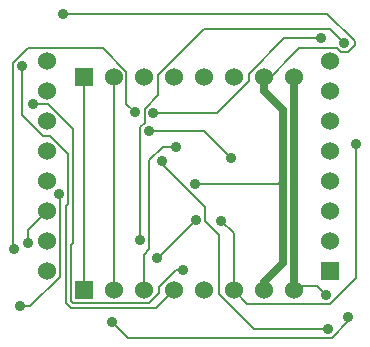
<source format=gbl>
G04 (created by PCBNEW (2013-jul-07)-stable) date Thu 08 Dec 2016 11:22:07 AM PST*
%MOIN*%
G04 Gerber Fmt 3.4, Leading zero omitted, Abs format*
%FSLAX34Y34*%
G01*
G70*
G90*
G04 APERTURE LIST*
%ADD10C,0.00590551*%
%ADD11C,0.06*%
%ADD12R,0.06X0.06*%
%ADD13C,0.035*%
%ADD14C,0.025*%
%ADD15C,0.008*%
G04 APERTURE END LIST*
G54D10*
G54D11*
X40944Y-29569D03*
X40944Y-30569D03*
X40944Y-31569D03*
X40944Y-32569D03*
X40944Y-33569D03*
X40944Y-34569D03*
X40944Y-35569D03*
X40944Y-36569D03*
G54D12*
X50393Y-36569D03*
G54D11*
X50393Y-35569D03*
X50393Y-34569D03*
X50393Y-33569D03*
X50393Y-32569D03*
X50393Y-31569D03*
X50393Y-30569D03*
X50393Y-29569D03*
G54D12*
X42168Y-30117D03*
G54D11*
X43168Y-30117D03*
X44168Y-30117D03*
X45168Y-30117D03*
X46168Y-30117D03*
X47168Y-30117D03*
X48168Y-30117D03*
X49168Y-30117D03*
G54D12*
X42168Y-37205D03*
G54D11*
X43168Y-37205D03*
X44168Y-37205D03*
X45168Y-37205D03*
X46168Y-37205D03*
X47168Y-37205D03*
X48168Y-37205D03*
X49168Y-37205D03*
G54D13*
X41465Y-27988D03*
X45867Y-33677D03*
X40300Y-35649D03*
X39847Y-35835D03*
X43866Y-31272D03*
X50087Y-28817D03*
X44492Y-31289D03*
X50297Y-38488D03*
X44770Y-32884D03*
X50855Y-28978D03*
X44045Y-35541D03*
X50994Y-38093D03*
X43122Y-38278D03*
X41352Y-34003D03*
X40039Y-37743D03*
X50250Y-37362D03*
X45247Y-32430D03*
X45922Y-34883D03*
X44599Y-36146D03*
X45466Y-36527D03*
X40464Y-31003D03*
X47085Y-32807D03*
X44341Y-31898D03*
X46751Y-34889D03*
X51247Y-32345D03*
X40112Y-29748D03*
G54D14*
X48168Y-30338D02*
X48168Y-30117D01*
G54D15*
X50282Y-27988D02*
X41465Y-27988D01*
X51202Y-28908D02*
X50282Y-27988D01*
X51202Y-29049D02*
X51202Y-28908D01*
X50977Y-29274D02*
X51202Y-29049D01*
X50732Y-29274D02*
X50977Y-29274D01*
X50604Y-29146D02*
X50732Y-29274D01*
X49361Y-29146D02*
X50604Y-29146D01*
X48168Y-30338D02*
X49361Y-29146D01*
G54D14*
X48809Y-36300D02*
X48809Y-33502D01*
X48168Y-36941D02*
X48809Y-36300D01*
X48168Y-37205D02*
X48168Y-36941D01*
X48168Y-30558D02*
X48168Y-30338D01*
X48809Y-31200D02*
X48168Y-30558D01*
X48809Y-33502D02*
X48809Y-31200D01*
G54D15*
X48634Y-33677D02*
X45867Y-33677D01*
X48809Y-33502D02*
X48634Y-33677D01*
X40300Y-35213D02*
X40300Y-35649D01*
X40944Y-34569D02*
X40300Y-35213D01*
X39812Y-35800D02*
X39847Y-35835D01*
X39812Y-29631D02*
X39812Y-35800D01*
X40296Y-29146D02*
X39812Y-29631D01*
X42803Y-29146D02*
X40296Y-29146D01*
X43589Y-29932D02*
X42803Y-29146D01*
X43589Y-30995D02*
X43589Y-29932D01*
X43866Y-31272D02*
X43589Y-30995D01*
X44492Y-31289D02*
X44492Y-31289D01*
X46616Y-31289D02*
X44492Y-31289D01*
X47668Y-30237D02*
X46616Y-31289D01*
X47668Y-30003D02*
X47668Y-30237D01*
X48854Y-28817D02*
X47668Y-30003D01*
X50087Y-28817D02*
X48854Y-28817D01*
X47831Y-38488D02*
X50297Y-38488D01*
X46668Y-37325D02*
X47831Y-38488D01*
X46668Y-35364D02*
X46668Y-37325D01*
X46218Y-34914D02*
X46668Y-35364D01*
X46218Y-34445D02*
X46218Y-34914D01*
X44770Y-32997D02*
X46218Y-34445D01*
X44770Y-32884D02*
X44770Y-32997D01*
X44045Y-31776D02*
X44045Y-35541D01*
X44196Y-31625D02*
X44045Y-31776D01*
X44196Y-31167D02*
X44196Y-31625D01*
X44653Y-30710D02*
X44196Y-31167D01*
X44653Y-30032D02*
X44653Y-30710D01*
X46178Y-28507D02*
X44653Y-30032D01*
X50383Y-28507D02*
X46178Y-28507D01*
X50855Y-28978D02*
X50383Y-28507D01*
X50994Y-38223D02*
X50994Y-38093D01*
X50432Y-38785D02*
X50994Y-38223D01*
X43629Y-38785D02*
X50432Y-38785D01*
X43122Y-38278D02*
X43629Y-38785D01*
G54D14*
X49168Y-30117D02*
X49168Y-37057D01*
X49168Y-37057D02*
X49168Y-37205D01*
G54D15*
X49944Y-37057D02*
X50250Y-37362D01*
X49168Y-37057D02*
X49944Y-37057D01*
X41365Y-34015D02*
X41352Y-34003D01*
X41365Y-36757D02*
X41365Y-34015D01*
X40379Y-37743D02*
X41365Y-36757D01*
X40039Y-37743D02*
X40379Y-37743D01*
X43168Y-37205D02*
X43168Y-30117D01*
X44795Y-32430D02*
X45247Y-32430D01*
X44346Y-32879D02*
X44795Y-32430D01*
X44346Y-35845D02*
X44346Y-32879D01*
X44168Y-36023D02*
X44346Y-35845D01*
X44168Y-37205D02*
X44168Y-36023D01*
X42168Y-37205D02*
X42168Y-30117D01*
X44599Y-36146D02*
X44599Y-36146D01*
X44660Y-36146D02*
X44599Y-36146D01*
X45922Y-34883D02*
X44660Y-36146D01*
X40983Y-31003D02*
X40464Y-31003D01*
X41808Y-31827D02*
X40983Y-31003D01*
X41808Y-35630D02*
X41808Y-31827D01*
X41748Y-35689D02*
X41808Y-35630D01*
X41748Y-37574D02*
X41748Y-35689D01*
X41798Y-37625D02*
X41748Y-37574D01*
X44348Y-37625D02*
X41798Y-37625D01*
X44668Y-37305D02*
X44348Y-37625D01*
X44668Y-37107D02*
X44668Y-37305D01*
X45248Y-36527D02*
X44668Y-37107D01*
X45466Y-36527D02*
X45248Y-36527D01*
X44341Y-31898D02*
X44341Y-31898D01*
X46176Y-31898D02*
X44341Y-31898D01*
X47085Y-32807D02*
X46176Y-31898D01*
X47168Y-35306D02*
X47168Y-37205D01*
X46751Y-34889D02*
X47168Y-35306D01*
X51247Y-36790D02*
X51247Y-32345D01*
X50375Y-37662D02*
X51247Y-36790D01*
X47626Y-37662D02*
X50375Y-37662D01*
X47168Y-37205D02*
X47626Y-37662D01*
X40112Y-31357D02*
X40112Y-29748D01*
X40823Y-32069D02*
X40112Y-31357D01*
X41043Y-32069D02*
X40823Y-32069D01*
X41647Y-32673D02*
X41043Y-32069D01*
X41647Y-34337D02*
X41647Y-32673D01*
X41588Y-34397D02*
X41647Y-34337D01*
X41588Y-37641D02*
X41588Y-34397D01*
X41751Y-37804D02*
X41588Y-37641D01*
X44569Y-37804D02*
X41751Y-37804D01*
X45168Y-37205D02*
X44569Y-37804D01*
M02*

</source>
